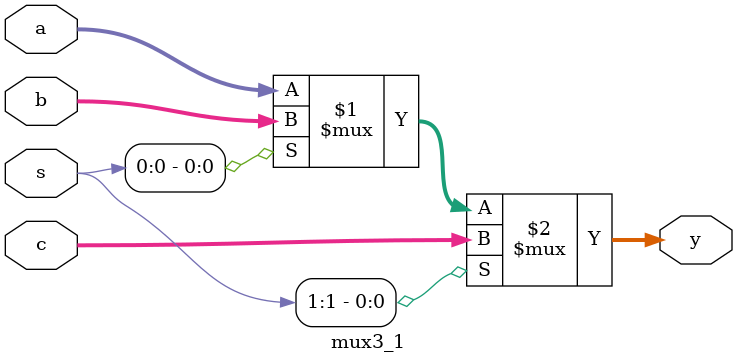
<source format=sv>
module mux3_1(
    input [31:0] a,
    input [31:0] b,
    input [31:0] c,
    input [1:0] s,
    output [31:0] y
);

    assign y = (s[1]) ? c : (s[0]) ? b : a;

endmodule

</source>
